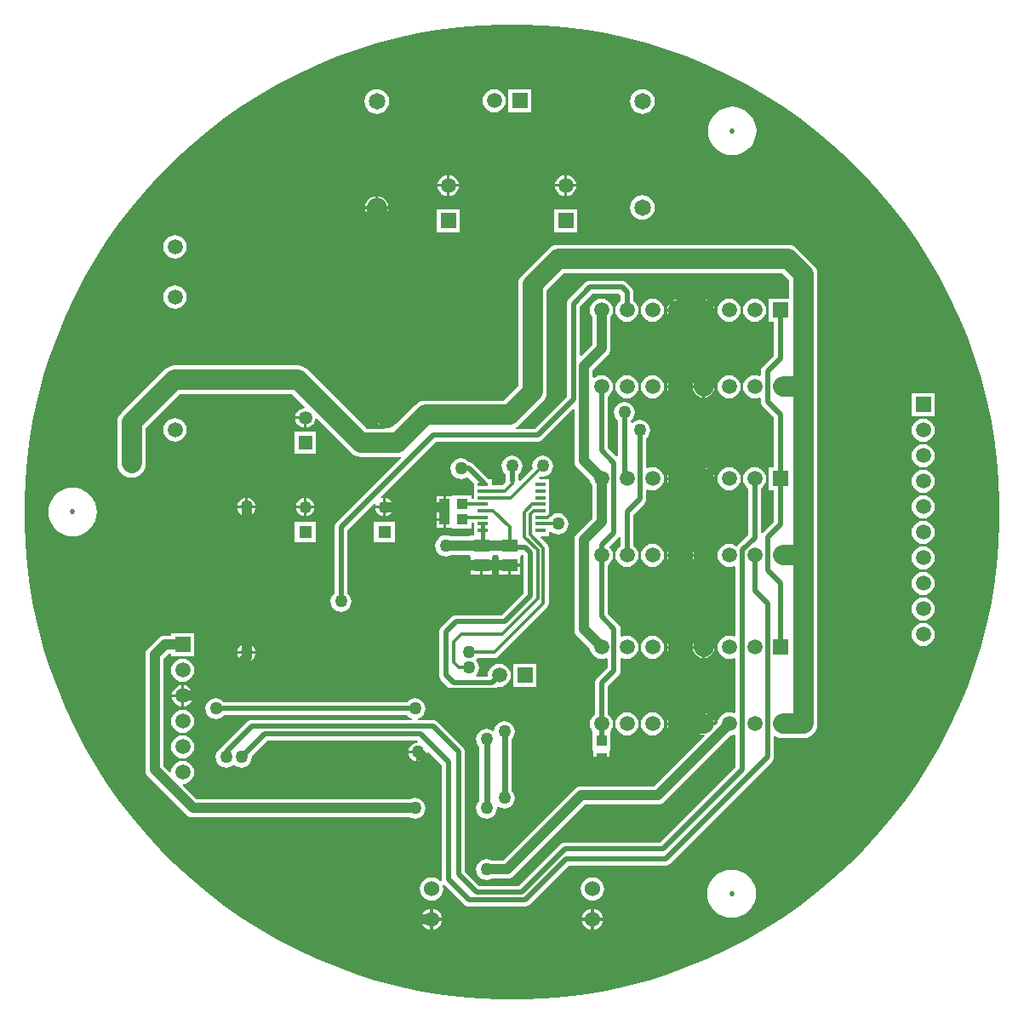
<source format=gbl>
%FSDAX23Y23*%
%MOIN*%
%SFA1B1*%

%IPPOS*%
%ADD10R,0.039400X0.043300*%
%ADD11R,0.059100X0.051200*%
%ADD13R,0.043300X0.039400*%
%ADD23C,0.019700*%
%ADD24C,0.078700*%
%ADD25C,0.039400*%
%ADD26C,0.023600*%
%ADD27C,0.060000*%
%ADD28C,0.059100*%
%ADD29R,0.059100X0.059100*%
%ADD30C,0.020600*%
%ADD31R,0.059100X0.059100*%
%ADD32C,0.059100*%
%ADD33R,0.059100X0.059100*%
%ADD34R,0.053100X0.053100*%
%ADD35C,0.053100*%
%ADD36C,0.049200*%
%ADD37R,0.049200X0.049200*%
%ADD38C,0.065000*%
%ADD39C,0.050000*%
%ADD40R,0.039400X0.013800*%
%ADD41C,0.011800*%
%ADD42C,0.015700*%
%LNde-160516-1*%
%LPD*%
G36*
X03714Y05235D02*
X03797Y05228D01*
X03880Y05217*
X03962Y05203*
X04044Y05185*
X04124Y05163*
X04203Y05138*
X04282Y05110*
X04359Y05078*
X04434Y05042*
X04508Y05004*
X04580Y04962*
X04651Y04918*
X04719Y04870*
X04785Y04819*
X04849Y04765*
X04910Y04709*
X04969Y04650*
X05025Y04589*
X05079Y04525*
X05130Y04459*
X05178Y04391*
X05222Y04320*
X05264Y04248*
X05302Y04174*
X05338Y04099*
X05370Y04022*
X05398Y03943*
X05423Y03864*
X05445Y03784*
X05463Y03702*
X05477Y03620*
X05488Y03537*
X05495Y03454*
X05499Y03371*
Y03330*
Y03288*
X05495Y03205*
X05488Y03122*
X05477Y03039*
X05463Y02957*
X05445Y02876*
X05423Y02795*
X05398Y02716*
X05370Y02637*
X05338Y02560*
X05302Y02485*
X05264Y02411*
X05222Y02339*
X05178Y02268*
X05130Y02200*
X05079Y02134*
X05025Y02070*
X04969Y02009*
X04910Y01950*
X04849Y01894*
X04785Y01840*
X04719Y01789*
X04651Y01742*
X04580Y01697*
X04508Y01655*
X04434Y01617*
X04359Y01581*
X04282Y01550*
X04203Y01521*
X04124Y01496*
X04044Y01474*
X03962Y01456*
X03880Y01442*
X03797Y01431*
X03714Y01424*
X03631Y01420*
X03548*
X03465Y01424*
X03382Y01431*
X03299Y01442*
X03217Y01456*
X03136Y01474*
X03055Y01496*
X02976Y01521*
X02897Y01550*
X02820Y01581*
X02745Y01617*
X02671Y01655*
X02599Y01697*
X02528Y01742*
X02460Y01789*
X02394Y01840*
X02330Y01894*
X02269Y01950*
X02210Y02009*
X02154Y02070*
X02100Y02134*
X02049Y02200*
X02002Y02268*
X01957Y02339*
X01915Y02411*
X01877Y02485*
X01841Y02560*
X01810Y02637*
X01781Y02716*
X01756Y02795*
X01734Y02876*
X01716Y02957*
X01702Y03039*
X01691Y03122*
X01684Y03205*
X01680Y03288*
Y03330*
Y03371*
X01684Y03454*
X01691Y03537*
X01702Y03620*
X01716Y03702*
X01734Y03784*
X01756Y03864*
X01781Y03943*
X01810Y04022*
X01841Y04099*
X01877Y04174*
X01915Y04248*
X01957Y04320*
X02002Y04391*
X02049Y04459*
X02100Y04525*
X02154Y04589*
X02210Y04650*
X02269Y04709*
X02330Y04765*
X02394Y04819*
X02460Y04870*
X02528Y04918*
X02599Y04962*
X02671Y05004*
X02745Y05042*
X02820Y05078*
X02897Y05110*
X02976Y05138*
X03055Y05163*
X03136Y05185*
X03217Y05203*
X03299Y05217*
X03382Y05228*
X03465Y05235*
X03548Y05239*
X03631*
X03714Y05235*
G37*
%LNde-160516-2*%
%LPC*%
G36*
X05200Y02995D02*
X05188Y02994D01*
X05177Y02989*
X05167Y02982*
X05160Y02972*
X05155Y02961*
X05154Y02950*
X05155Y02938*
X05160Y02927*
X05167Y02917*
X05177Y02910*
X05188Y02905*
X05200Y02904*
X05211Y02905*
X05222Y02910*
X05232Y02917*
X05239Y02927*
X05244Y02938*
X05245Y02950*
X05244Y02961*
X05239Y02972*
X05232Y02982*
X05222Y02989*
X05211Y02994*
X05200Y02995*
G37*
G36*
Y03095D02*
X05188Y03094D01*
X05177Y03089*
X05167Y03082*
X05160Y03072*
X05155Y03061*
X05154Y03050*
X05155Y03038*
X05160Y03027*
X05167Y03017*
X05177Y03010*
X05188Y03005*
X05200Y03004*
X05211Y03005*
X05222Y03010*
X05232Y03017*
X05239Y03027*
X05244Y03038*
X05245Y03050*
X05244Y03061*
X05239Y03072*
X05232Y03082*
X05222Y03089*
X05211Y03094*
X05200Y03095*
G37*
G36*
X03704Y02906D02*
X03700Y02905D01*
X03691Y02902*
X03683Y02896*
X03677Y02888*
X03674Y02879*
X03673Y02875*
X03704*
Y02906*
G37*
G36*
X03715D02*
Y02875D01*
X03746*
X03745Y02879*
X03742Y02888*
X03736Y02896*
X03728Y02902*
X03719Y02905*
X03715Y02906*
G37*
G36*
X03464Y03116D02*
X03428D01*
Y03085*
X03464*
Y03116*
G37*
G36*
X03621D02*
X03585D01*
Y03085*
X03621*
Y03116*
G37*
G36*
X05200Y03195D02*
X05188Y03194D01*
X05177Y03189*
X05167Y03182*
X05160Y03172*
X05155Y03161*
X05154Y03150*
X05155Y03138*
X05160Y03127*
X05167Y03117*
X05177Y03110*
X05188Y03105*
X05200Y03104*
X05211Y03105*
X05222Y03110*
X05232Y03117*
X05239Y03127*
X05244Y03138*
X05245Y03150*
X05244Y03161*
X05239Y03172*
X05232Y03182*
X05222Y03189*
X05211Y03194*
X05200Y03195*
G37*
G36*
X03511Y03116D02*
X03475D01*
Y03085*
X03511*
Y03116*
G37*
G36*
X03574D02*
X03538D01*
Y03085*
X03574*
Y03116*
G37*
G36*
X05200Y02895D02*
X05188Y02894D01*
X05177Y02889*
X05167Y02882*
X05160Y02872*
X05155Y02861*
X05154Y02850*
X05155Y02838*
X05160Y02827*
X05167Y02817*
X05177Y02810*
X05188Y02805*
X05200Y02804*
X05211Y02805*
X05222Y02810*
X05232Y02817*
X05239Y02827*
X05244Y02838*
X05245Y02850*
X05244Y02861*
X05239Y02872*
X05232Y02882*
X05222Y02889*
X05211Y02894*
X05200Y02895*
G37*
G36*
X04234Y02840D02*
X04229Y02840D01*
X04219Y02836*
X04210Y02829*
X04203Y02820*
X04199Y02810*
X04199Y02805*
X04234*
Y02840*
G37*
G36*
X02544Y02816D02*
X02540Y02815D01*
X02531Y02812*
X02523Y02806*
X02517Y02798*
X02514Y02789*
X02513Y02785*
X02544*
Y02816*
G37*
G36*
X02555D02*
Y02785D01*
X02586*
X02585Y02789*
X02582Y02798*
X02576Y02806*
X02568Y02812*
X02559Y02815*
X02555Y02816*
G37*
G36*
X04334Y02840D02*
X04329Y02840D01*
X04319Y02836*
X04310Y02829*
X04303Y02820*
X04299Y02810*
X04299Y02805*
X04334*
Y02840*
G37*
G36*
X03704Y02864D02*
X03673D01*
X03674Y02860*
X03677Y02851*
X03683Y02843*
X03691Y02837*
X03700Y02834*
X03704Y02833*
Y02864*
G37*
G36*
X03746D02*
X03715D01*
Y02833*
X03719Y02834*
X03728Y02837*
X03736Y02843*
X03742Y02851*
X03745Y02860*
X03746Y02864*
G37*
G36*
X04245Y02840D02*
Y02805D01*
X04280*
X04280Y02810*
X04276Y02820*
X04269Y02829*
X04260Y02836*
X04250Y02840*
X04245Y02840*
G37*
G36*
X04345D02*
Y02805D01*
X04380*
X04380Y02810*
X04376Y02820*
X04369Y02829*
X04360Y02836*
X04350Y02840*
X04345Y02840*
G37*
G36*
X04140Y03205D02*
X04128Y03204D01*
X04117Y03199*
X04107Y03192*
X04100Y03182*
X04095Y03171*
X04094Y03160*
X04095Y03148*
X04100Y03137*
X04107Y03127*
X04117Y03120*
X04128Y03115*
X04140Y03114*
X04151Y03115*
X04162Y03120*
X04172Y03127*
X04179Y03137*
X04184Y03148*
X04185Y03160*
X04184Y03171*
X04179Y03182*
X04172Y03192*
X04162Y03199*
X04151Y03204*
X04140Y03205*
G37*
G36*
X01869Y03424D02*
X01851Y03423D01*
X01833Y03417*
X01816Y03408*
X01802Y03397*
X01790Y03382*
X01781Y03366*
X01776Y03348*
X01774Y03330*
X01776Y03311*
X01781Y03293*
X01790Y03277*
X01802Y03262*
X01816Y03251*
X01833Y03242*
X01851Y03236*
X01869Y03235*
X01888Y03236*
X01905Y03242*
X01922Y03251*
X01936Y03262*
X01948Y03277*
X01957Y03293*
X01962Y03311*
X01964Y03330*
X01962Y03348*
X01957Y03366*
X01948Y03382*
X01936Y03397*
X01922Y03408*
X01905Y03417*
X01888Y03423*
X01869Y03424*
G37*
G36*
X03320Y03294D02*
X03293D01*
Y03268*
X03320*
Y03294*
G37*
G36*
X02820Y03291D02*
X02739D01*
Y03210*
X02820*
Y03291*
G37*
G36*
X03130D02*
X03049D01*
Y03210*
X03130*
Y03291*
G37*
G36*
X05200Y03395D02*
X05188Y03394D01*
X05177Y03389*
X05167Y03382*
X05160Y03372*
X05155Y03361*
X05154Y03350*
X05155Y03338*
X05160Y03327*
X05167Y03317*
X05177Y03310*
X05188Y03305*
X05200Y03304*
X05211Y03305*
X05222Y03310*
X05232Y03317*
X05239Y03327*
X05244Y03338*
X05245Y03350*
X05244Y03361*
X05239Y03372*
X05232Y03382*
X05222Y03389*
X05211Y03394*
X05200Y03395*
G37*
G36*
X02816Y03343D02*
X02785D01*
Y03313*
X02789Y03313*
X02798Y03317*
X02806Y03323*
X02811Y03330*
X02815Y03339*
X02816Y03343*
G37*
G36*
X03126D02*
X03095D01*
Y03313*
X03099Y03313*
X03108Y03317*
X03116Y03323*
X03121Y03330*
X03125Y03339*
X03126Y03343*
G37*
G36*
X02774D02*
X02744D01*
X02744Y03339*
X02748Y03330*
X02754Y03323*
X02761Y03317*
X02770Y03313*
X02774Y03313*
Y03343*
G37*
G36*
X03084D02*
X03054D01*
X03054Y03339*
X03058Y03330*
X03064Y03323*
X03071Y03317*
X03080Y03313*
X03084Y03313*
Y03343*
G37*
G36*
X04280Y03154D02*
X04245D01*
Y03119*
X04250Y03119*
X04260Y03123*
X04269Y03130*
X04276Y03139*
X04280Y03149*
X04280Y03154*
G37*
G36*
X04380D02*
X04345D01*
Y03119*
X04350Y03119*
X04360Y03123*
X04369Y03130*
X04376Y03139*
X04380Y03149*
X04380Y03154*
G37*
G36*
X04234D02*
X04199D01*
X04199Y03149*
X04203Y03139*
X04210Y03130*
X04219Y03123*
X04229Y03119*
X04234Y03119*
Y03154*
G37*
G36*
X04334D02*
X04299D01*
X04299Y03149*
X04303Y03139*
X04310Y03130*
X04319Y03123*
X04329Y03119*
X04334Y03119*
Y03154*
G37*
G36*
X04234Y03200D02*
X04229Y03200D01*
X04219Y03196*
X04210Y03189*
X04203Y03180*
X04199Y03170*
X04199Y03165*
X04234*
Y03200*
G37*
G36*
X04345D02*
Y03165D01*
X04380*
X04380Y03170*
X04376Y03180*
X04369Y03189*
X04360Y03196*
X04350Y03200*
X04345Y03200*
G37*
G36*
X05200Y03295D02*
X05188Y03294D01*
X05177Y03289*
X05167Y03282*
X05160Y03272*
X05155Y03261*
X05154Y03250*
X05155Y03238*
X05160Y03227*
X05167Y03217*
X05177Y03210*
X05188Y03205*
X05200Y03204*
X05211Y03205*
X05222Y03210*
X05232Y03217*
X05239Y03227*
X05244Y03238*
X05245Y03250*
X05244Y03261*
X05239Y03272*
X05232Y03282*
X05222Y03289*
X05211Y03294*
X05200Y03295*
G37*
G36*
X04334Y03200D02*
X04329Y03200D01*
X04319Y03196*
X04310Y03189*
X04303Y03180*
X04299Y03170*
X04299Y03165*
X04334*
Y03200*
G37*
G36*
X04245D02*
Y03165D01*
X04280*
X04280Y03170*
X04276Y03180*
X04269Y03189*
X04260Y03196*
X04250Y03200*
X04245Y03200*
G37*
G36*
X03971Y02360D02*
X03945D01*
Y02333*
X03971*
Y02360*
G37*
G36*
X03214Y02384D02*
X03183D01*
X03184Y02380*
X03187Y02371*
X03193Y02363*
X03201Y02357*
X03210Y02354*
X03214Y02353*
Y02384*
G37*
G36*
X03905Y01899D02*
X03893Y01898D01*
X03881Y01893*
X03872Y01886*
X03865Y01876*
X03860Y01865*
X03858Y01853*
X03860Y01841*
X03865Y01830*
X03872Y01821*
X03881Y01813*
X03893Y01809*
X03905Y01807*
X03916Y01809*
X03928Y01813*
X03937Y01821*
X03944Y01830*
X03949Y01841*
X03951Y01853*
X03949Y01865*
X03944Y01876*
X03937Y01886*
X03928Y01893*
X03916Y01898*
X03905Y01899*
G37*
G36*
X03934Y02360D02*
X03908D01*
Y02333*
X03934*
Y02360*
G37*
G36*
X02300Y02455D02*
X02288Y02454D01*
X02277Y02449*
X02267Y02442*
X02260Y02432*
X02255Y02421*
X02254Y02410*
X02255Y02398*
X02260Y02387*
X02267Y02377*
X02277Y02370*
X02288Y02365*
X02300Y02364*
X02311Y02365*
X02322Y02370*
X02332Y02377*
X02339Y02387*
X02344Y02398*
X02345Y02410*
X02344Y02421*
X02339Y02432*
X02332Y02442*
X02322Y02449*
X02311Y02454*
X02300Y02455*
G37*
G36*
X04234Y02494D02*
X04199D01*
X04199Y02489*
X04203Y02479*
X04210Y02470*
X04219Y02463*
X04229Y02459*
X04234Y02459*
Y02494*
G37*
G36*
X04280D02*
X04245D01*
Y02459*
X04250Y02459*
X04260Y02463*
X04269Y02470*
X04276Y02479*
X04280Y02489*
X04280Y02494*
G37*
G36*
X04040Y02545D02*
X04028Y02544D01*
X04017Y02539*
X04007Y02532*
X04000Y02522*
X03995Y02511*
X03994Y02500*
X03995Y02488*
X04000Y02477*
X04007Y02467*
X04017Y02460*
X04028Y02455*
X04040Y02454*
X04051Y02455*
X04062Y02460*
X04072Y02467*
X04079Y02477*
X04084Y02488*
X04085Y02500*
X04084Y02511*
X04079Y02522*
X04072Y02532*
X04062Y02539*
X04051Y02544*
X04040Y02545*
G37*
G36*
X04140D02*
X04128Y02544D01*
X04117Y02539*
X04107Y02532*
X04100Y02522*
X04095Y02511*
X04094Y02500*
X04095Y02488*
X04100Y02477*
X04107Y02467*
X04117Y02460*
X04128Y02455*
X04140Y02454*
X04151Y02455*
X04162Y02460*
X04172Y02467*
X04179Y02477*
X04184Y02488*
X04185Y02500*
X04184Y02511*
X04179Y02522*
X04172Y02532*
X04162Y02539*
X04151Y02544*
X04140Y02545*
G37*
G36*
X03316Y01729D02*
X03280D01*
Y01694*
X03286Y01694*
X03296Y01699*
X03304Y01705*
X03311Y01714*
X03315Y01724*
X03316Y01729*
G37*
G36*
X03946D02*
X03910D01*
Y01694*
X03915Y01694*
X03926Y01699*
X03934Y01705*
X03941Y01714*
X03945Y01724*
X03946Y01729*
G37*
G36*
X03899D02*
X03863D01*
X03864Y01724*
X03868Y01714*
X03875Y01705*
X03883Y01699*
X03894Y01694*
X03899Y01694*
Y01729*
G37*
G36*
X03269D02*
X03233D01*
X03234Y01724*
X03238Y01714*
X03245Y01705*
X03254Y01699*
X03264Y01694*
X03269Y01694*
Y01729*
G37*
G36*
X04450Y01929D02*
X04431Y01928D01*
X04413Y01922*
X04397Y01913*
X04382Y01902*
X04371Y01887*
X04362Y01871*
X04356Y01853*
X04355Y01835*
X04356Y01816*
X04362Y01798*
X04371Y01782*
X04382Y01767*
X04397Y01756*
X04413Y01747*
X04431Y01741*
X04450Y01740*
X04468Y01741*
X04486Y01747*
X04502Y01756*
X04517Y01767*
X04528Y01782*
X04537Y01798*
X04543Y01816*
X04544Y01835*
X04543Y01853*
X04537Y01871*
X04528Y01887*
X04517Y01902*
X04502Y01913*
X04486Y01922*
X04468Y01928*
X04450Y01929*
G37*
G36*
X03269Y01776D02*
X03264Y01776D01*
X03254Y01772*
X03245Y01765*
X03238Y01756*
X03234Y01746*
X03233Y01741*
X03269*
Y01776*
G37*
G36*
X03280D02*
Y01741D01*
X03316*
X03315Y01746*
X03311Y01756*
X03304Y01765*
X03296Y01772*
X03286Y01776*
X03280Y01776*
G37*
G36*
X03899D02*
X03894Y01776D01*
X03883Y01772*
X03875Y01765*
X03868Y01756*
X03864Y01746*
X03863Y01741*
X03899*
Y01776*
G37*
G36*
X03910D02*
Y01741D01*
X03946*
X03945Y01746*
X03941Y01756*
X03934Y01765*
X03926Y01772*
X03915Y01776*
X03910Y01776*
G37*
G36*
X02300Y02555D02*
X02288Y02554D01*
X02277Y02549*
X02267Y02542*
X02260Y02532*
X02255Y02521*
X02254Y02510*
X02255Y02498*
X02260Y02487*
X02267Y02477*
X02277Y02470*
X02288Y02465*
X02300Y02464*
X02311Y02465*
X02322Y02470*
X02332Y02477*
X02339Y02487*
X02344Y02498*
X02345Y02510*
X02344Y02521*
X02339Y02532*
X02332Y02542*
X02322Y02549*
X02311Y02554*
X02300Y02555*
G37*
G36*
X02586Y02774D02*
X02555D01*
Y02743*
X02559Y02744*
X02568Y02747*
X02576Y02753*
X02582Y02761*
X02585Y02770*
X02586Y02774*
G37*
G36*
X04140Y02845D02*
X04128Y02844D01*
X04117Y02839*
X04107Y02832*
X04100Y02822*
X04095Y02811*
X04094Y02800*
X04095Y02788*
X04100Y02777*
X04107Y02767*
X04117Y02760*
X04128Y02755*
X04140Y02754*
X04151Y02755*
X04162Y02760*
X04172Y02767*
X04179Y02777*
X04184Y02788*
X04185Y02800*
X04184Y02811*
X04179Y02822*
X04172Y02832*
X04162Y02839*
X04151Y02844*
X04140Y02845*
G37*
G36*
X02300Y02755D02*
X02288Y02754D01*
X02277Y02749*
X02267Y02742*
X02260Y02732*
X02255Y02721*
X02254Y02710*
X02255Y02698*
X02260Y02687*
X02267Y02677*
X02277Y02670*
X02288Y02665*
X02300Y02664*
X02311Y02665*
X02322Y02670*
X02332Y02677*
X02339Y02687*
X02344Y02698*
X02345Y02710*
X02344Y02721*
X02339Y02732*
X02332Y02742*
X02322Y02749*
X02311Y02754*
X02300Y02755*
G37*
G36*
X02544Y02774D02*
X02513D01*
X02514Y02770*
X02517Y02761*
X02523Y02753*
X02531Y02747*
X02540Y02744*
X02544Y02743*
Y02774*
G37*
G36*
X04234Y02794D02*
X04199D01*
X04199Y02789*
X04203Y02779*
X04210Y02770*
X04219Y02763*
X04229Y02759*
X04234Y02759*
Y02794*
G37*
G36*
X04380D02*
X04345D01*
Y02759*
X04350Y02759*
X04360Y02763*
X04369Y02770*
X04376Y02779*
X04380Y02789*
X04380Y02794*
G37*
G36*
X02345Y02855D02*
X02254D01*
Y02845*
X02230*
X02220Y02844*
X02212Y02841*
X02204Y02835*
X02164Y02795*
X02159Y02787*
X02155Y02779*
X02154Y02770*
Y02320*
X02155Y02310*
X02159Y02302*
X02164Y02294*
X02314Y02144*
X02322Y02139*
X02330Y02135*
X02340Y02134*
X03189*
X03199Y02130*
X03210Y02128*
X03220Y02130*
X03230Y02134*
X03239Y02140*
X03245Y02149*
X03249Y02159*
X03251Y02170*
X03249Y02180*
X03245Y02190*
X03239Y02199*
X03230Y02205*
X03220Y02209*
X03210Y02211*
X03199Y02209*
X03189Y02205*
X02354*
X02301Y02259*
X02302Y02264*
X02311Y02265*
X02322Y02270*
X02332Y02277*
X02339Y02287*
X02344Y02298*
X02345Y02310*
X02344Y02321*
X02339Y02332*
X02332Y02342*
X02322Y02349*
X02311Y02354*
X02300Y02355*
X02288Y02354*
X02277Y02349*
X02267Y02342*
X02260Y02332*
X02255Y02321*
X02254Y02312*
X02249Y02311*
X02225Y02334*
Y02755*
X02244Y02774*
X02254*
Y02764*
X02345*
Y02855*
G37*
G36*
X04334Y02794D02*
X04299D01*
X04299Y02789*
X04303Y02779*
X04310Y02770*
X04319Y02763*
X04329Y02759*
X04334Y02759*
Y02794*
G37*
G36*
X04280D02*
X04245D01*
Y02759*
X04250Y02759*
X04260Y02763*
X04269Y02770*
X04276Y02779*
X04280Y02789*
X04280Y02794*
G37*
G36*
X04334Y02540D02*
X04329Y02540D01*
X04319Y02536*
X04310Y02529*
X04303Y02520*
X04299Y02510*
X04299Y02505*
X04334*
Y02540*
G37*
G36*
X04245D02*
Y02505D01*
X04280*
X04280Y02510*
X04276Y02520*
X04269Y02529*
X04260Y02536*
X04250Y02540*
X04245Y02540*
G37*
G36*
X03560Y02511D02*
X03549Y02509D01*
X03539Y02505*
X03530Y02499*
X03524Y02490*
X03520Y02480*
X03519Y02475*
X03514Y02472*
X03510Y02475*
X03500Y02479*
X03490Y02481*
X03479Y02479*
X03469Y02475*
X03460Y02469*
X03454Y02460*
X03450Y02450*
X03448Y02440*
X03450Y02429*
X03454Y02419*
X03460Y02410*
X03462Y02410*
Y02200*
X03460Y02199*
X03454Y02190*
X03450Y02180*
X03448Y02170*
X03450Y02159*
X03454Y02149*
X03460Y02140*
X03469Y02134*
X03479Y02130*
X03490Y02128*
X03500Y02130*
X03510Y02134*
X03519Y02140*
X03525Y02149*
X03529Y02159*
X03531Y02170*
X03530Y02175*
X03535Y02177*
X03539Y02174*
X03549Y02170*
X03560Y02168*
X03570Y02170*
X03580Y02174*
X03589Y02180*
X03595Y02189*
X03599Y02199*
X03601Y02210*
X03599Y02220*
X03595Y02230*
X03589Y02239*
X03587Y02240*
Y02440*
X03589Y02440*
X03595Y02449*
X03599Y02459*
X03601Y02470*
X03599Y02480*
X03595Y02490*
X03589Y02499*
X03580Y02505*
X03570Y02509*
X03560Y02511*
G37*
G36*
X04234Y02540D02*
X04229Y02540D01*
X04219Y02536*
X04210Y02529*
X04203Y02520*
X04199Y02510*
X04199Y02505*
X04234*
Y02540*
G37*
G36*
X02294Y02604D02*
X02259D01*
X02259Y02599*
X02263Y02589*
X02270Y02580*
X02279Y02573*
X02289Y02569*
X02294Y02569*
Y02604*
G37*
G36*
X02305Y02650D02*
Y02615D01*
X02340*
X02340Y02620*
X02336Y02630*
X02329Y02639*
X02320Y02646*
X02310Y02650*
X02305Y02650*
G37*
G36*
X03685Y02735D02*
X03594D01*
Y02644*
X03685*
Y02735*
G37*
G36*
X02340Y02604D02*
X02305D01*
Y02569*
X02310Y02569*
X02320Y02573*
X02329Y02580*
X02336Y02589*
X02340Y02599*
X02340Y02604*
G37*
G36*
X02294Y02650D02*
X02289Y02650D01*
X02279Y02646*
X02270Y02639*
X02263Y02630*
X02259Y02620*
X02259Y02615*
X02294*
Y02650*
G37*
G36*
X02544Y03344D02*
X02513D01*
X02514Y03340*
X02517Y03331*
X02523Y03323*
X02531Y03317*
X02540Y03314*
X02544Y03313*
Y03344*
G37*
G36*
X04234Y04160D02*
X04229Y04160D01*
X04219Y04156*
X04210Y04149*
X04203Y04140*
X04199Y04130*
X04199Y04125*
X04234*
Y04160*
G37*
G36*
X04334D02*
X04329Y04160D01*
X04319Y04156*
X04310Y04149*
X04303Y04140*
X04299Y04130*
X04299Y04125*
X04334*
Y04160*
G37*
G36*
X04280Y04114D02*
X04245D01*
Y04079*
X04250Y04079*
X04260Y04083*
X04269Y04090*
X04276Y04099*
X04280Y04109*
X04280Y04114*
G37*
G36*
X04380D02*
X04345D01*
Y04079*
X04350Y04079*
X04360Y04083*
X04369Y04090*
X04376Y04099*
X04380Y04109*
X04380Y04114*
G37*
G36*
X04245Y04160D02*
Y04125D01*
X04280*
X04280Y04130*
X04276Y04140*
X04269Y04149*
X04260Y04156*
X04250Y04160*
X04245Y04160*
G37*
G36*
X02270Y04414D02*
X02258Y04412D01*
X02247Y04408*
X02237Y04400*
X02230Y04391*
X02225Y04380*
X02224Y04368*
X02225Y04356*
X02230Y04345*
X02237Y04336*
X02247Y04328*
X02258Y04324*
X02270Y04322*
X02281Y04324*
X02292Y04328*
X02302Y04336*
X02309Y04345*
X02314Y04356*
X02315Y04368*
X02314Y04380*
X02309Y04391*
X02302Y04400*
X02292Y04408*
X02281Y04412*
X02270Y04414*
G37*
G36*
X03385Y04516D02*
X03294D01*
Y04425*
X03385*
Y04516*
G37*
G36*
X04345Y04160D02*
Y04125D01*
X04380*
X04380Y04130*
X04376Y04140*
X04369Y04149*
X04360Y04156*
X04350Y04160*
X04345Y04160*
G37*
G36*
X02270Y04217D02*
X02258Y04215D01*
X02247Y04211*
X02237Y04203*
X02230Y04194*
X02225Y04183*
X02224Y04171*
X02225Y04159*
X02230Y04148*
X02237Y04139*
X02247Y04132*
X02258Y04127*
X02270Y04125*
X02281Y04127*
X02292Y04132*
X02302Y04139*
X02309Y04148*
X02314Y04159*
X02315Y04171*
X02314Y04183*
X02309Y04194*
X02302Y04203*
X02292Y04211*
X02281Y04215*
X02270Y04217*
G37*
G36*
X04140Y04165D02*
X04128Y04164D01*
X04117Y04159*
X04107Y04152*
X04100Y04142*
X04095Y04131*
X04094Y04120*
X04095Y04108*
X04100Y04097*
X04107Y04087*
X04117Y04080*
X04128Y04075*
X04140Y04074*
X04151Y04075*
X04162Y04080*
X04172Y04087*
X04179Y04097*
X04184Y04108*
X04185Y04120*
X04184Y04131*
X04179Y04142*
X04172Y04152*
X04162Y04159*
X04151Y04164*
X04140Y04165*
G37*
G36*
X04440D02*
X04428Y04164D01*
X04417Y04159*
X04407Y04152*
X04400Y04142*
X04395Y04131*
X04394Y04120*
X04395Y04108*
X04400Y04097*
X04407Y04087*
X04417Y04080*
X04428Y04075*
X04440Y04074*
X04451Y04075*
X04462Y04080*
X04472Y04087*
X04479Y04097*
X04484Y04108*
X04485Y04120*
X04484Y04131*
X04479Y04142*
X04472Y04152*
X04462Y04159*
X04451Y04164*
X04440Y04165*
G37*
G36*
X02644Y04064D02*
X02613D01*
X02614Y04060*
X02617Y04051*
X02623Y04043*
X02631Y04037*
X02640Y04034*
X02644Y04033*
Y04064*
G37*
G36*
X02686D02*
X02655D01*
Y04033*
X02659Y04034*
X02668Y04037*
X02676Y04043*
X02682Y04051*
X02685Y04060*
X02686Y04064*
G37*
G36*
X04540Y04165D02*
X04528Y04164D01*
X04517Y04159*
X04507Y04152*
X04500Y04142*
X04495Y04131*
X04494Y04120*
X04495Y04108*
X04500Y04097*
X04507Y04087*
X04517Y04080*
X04528Y04075*
X04540Y04074*
X04551Y04075*
X04562Y04080*
X04572Y04087*
X04579Y04097*
X04584Y04108*
X04585Y04120*
X04584Y04131*
X04579Y04142*
X04572Y04152*
X04562Y04159*
X04551Y04164*
X04540Y04165*
G37*
G36*
X04234Y04114D02*
X04199D01*
X04199Y04109*
X04203Y04099*
X04210Y04090*
X04219Y04083*
X04229Y04079*
X04234Y04079*
Y04114*
G37*
G36*
X04334D02*
X04299D01*
X04299Y04109*
X04303Y04099*
X04310Y04090*
X04319Y04083*
X04329Y04079*
X04334Y04079*
Y04114*
G37*
G36*
X02644Y04106D02*
X02640Y04105D01*
X02631Y04102*
X02623Y04096*
X02617Y04088*
X02614Y04079*
X02613Y04075*
X02644*
Y04106*
G37*
G36*
X02655D02*
Y04075D01*
X02686*
X02685Y04079*
X02682Y04088*
X02676Y04096*
X02668Y04102*
X02659Y04105*
X02655Y04106*
G37*
G36*
X03845Y04516D02*
X03754D01*
Y04425*
X03845*
Y04516*
G37*
G36*
X03345Y04649D02*
Y04614D01*
X03380*
X03380Y04619*
X03376Y04629*
X03369Y04638*
X03360Y04645*
X03350Y04649*
X03345Y04649*
G37*
G36*
X03805D02*
Y04614D01*
X03840*
X03840Y04619*
X03836Y04629*
X03829Y04638*
X03820Y04645*
X03810Y04649*
X03805Y04649*
G37*
G36*
X03334D02*
X03329Y04649D01*
X03319Y04645*
X03310Y04638*
X03303Y04629*
X03299Y04619*
X03299Y04614*
X03334*
Y04649*
G37*
G36*
X03794D02*
X03789Y04649D01*
X03779Y04645*
X03770Y04638*
X03763Y04629*
X03759Y04619*
X03759Y04614*
X03794*
Y04649*
G37*
G36*
X04452Y04917D02*
X04433Y04915D01*
X04415Y04909*
X04399Y04901*
X04385Y04889*
X04373Y04874*
X04364Y04858*
X04359Y04840*
X04357Y04822*
X04359Y04803*
X04364Y04785*
X04373Y04769*
X04385Y04755*
X04399Y04743*
X04415Y04734*
X04433Y04729*
X04452Y04727*
X04470Y04729*
X04488Y04734*
X04505Y04743*
X04519Y04755*
X04531Y04769*
X04539Y04785*
X04545Y04803*
X04547Y04822*
X04545Y04840*
X04539Y04858*
X04531Y04874*
X04519Y04889*
X04505Y04901*
X04488Y04909*
X04470Y04915*
X04452Y04917*
G37*
G36*
X03520Y04985D02*
X03508Y04984D01*
X03497Y04979*
X03487Y04972*
X03480Y04962*
X03475Y04951*
X03474Y04940*
X03475Y04928*
X03480Y04917*
X03487Y04907*
X03497Y04900*
X03508Y04895*
X03520Y04894*
X03531Y04895*
X03542Y04900*
X03552Y04907*
X03559Y04917*
X03564Y04928*
X03565Y04940*
X03564Y04951*
X03559Y04962*
X03552Y04972*
X03542Y04979*
X03531Y04984*
X03520Y04985*
G37*
G36*
X03665Y04985D02*
X03574D01*
Y04894*
X03665*
Y04985*
G37*
G36*
X03060Y04986D02*
X03047Y04984D01*
X03035Y04979*
X03025Y04972*
X03017Y04962*
X03013Y04950*
X03011Y04937*
X03013Y04925*
X03017Y04913*
X03025Y04903*
X03035Y04895*
X03047Y04890*
X03060Y04889*
X03072Y04890*
X03084Y04895*
X03094Y04903*
X03102Y04913*
X03107Y04925*
X03108Y04937*
X03107Y04950*
X03102Y04962*
X03094Y04972*
X03084Y04979*
X03072Y04984*
X03060Y04986*
G37*
G36*
X04100D02*
X04087Y04984D01*
X04075Y04979*
X04065Y04972*
X04057Y04962*
X04053Y04950*
X04051Y04937*
X04053Y04925*
X04057Y04913*
X04065Y04903*
X04075Y04895*
X04087Y04890*
X04100Y04889*
X04112Y04890*
X04124Y04895*
X04134Y04903*
X04142Y04913*
X04147Y04925*
X04148Y04937*
X04147Y04950*
X04142Y04962*
X04134Y04972*
X04124Y04979*
X04112Y04984*
X04100Y04986*
G37*
G36*
X03054Y04516D02*
X03016D01*
X03016Y04510*
X03021Y04500*
X03028Y04490*
X03037Y04483*
X03048Y04479*
X03054Y04478*
Y04516*
G37*
G36*
Y04566D02*
X03048Y04565D01*
X03037Y04561*
X03028Y04553*
X03021Y04544*
X03016Y04533*
X03016Y04528*
X03054*
Y04566*
G37*
G36*
X04100Y04571D02*
X04087Y04569D01*
X04075Y04564*
X04065Y04556*
X04057Y04546*
X04053Y04534*
X04051Y04522*
X04053Y04509*
X04057Y04498*
X04065Y04487*
X04075Y04480*
X04087Y04475*
X04100Y04473*
X04112Y04475*
X04124Y04480*
X04134Y04487*
X04142Y04498*
X04147Y04509*
X04148Y04522*
X04147Y04534*
X04142Y04546*
X04134Y04556*
X04124Y04564*
X04112Y04569*
X04100Y04571*
G37*
G36*
X03103Y04516D02*
X03065D01*
Y04478*
X03071Y04479*
X03082Y04483*
X03091Y04490*
X03098Y04500*
X03103Y04510*
X03103Y04516*
G37*
G36*
X03065Y04566D02*
Y04528D01*
X03103*
X03103Y04533*
X03098Y04544*
X03091Y04553*
X03082Y04561*
X03071Y04565*
X03065Y04566*
G37*
G36*
X03380Y04603D02*
X03345D01*
Y04568*
X03350Y04568*
X03360Y04572*
X03369Y04579*
X03376Y04588*
X03380Y04598*
X03380Y04603*
G37*
G36*
X03840D02*
X03805D01*
Y04568*
X03810Y04568*
X03820Y04572*
X03829Y04579*
X03836Y04588*
X03840Y04598*
X03840Y04603*
G37*
G36*
X03334D02*
X03299D01*
X03299Y04598*
X03303Y04588*
X03310Y04579*
X03319Y04572*
X03329Y04568*
X03334Y04568*
Y04603*
G37*
G36*
X03794D02*
X03759D01*
X03759Y04598*
X03763Y04588*
X03770Y04579*
X03779Y04572*
X03789Y04568*
X03794Y04568*
Y04603*
G37*
G36*
X03770Y04375D02*
X03755Y04373D01*
X03742Y04368*
X03730Y04359*
X03630Y04259*
X03621Y04247*
X03616Y04234*
X03614Y04220*
Y03823*
X03557Y03765*
X03250*
X03235Y03763*
X03222Y03758*
X03210Y03749*
X03135Y03673*
X03131Y03677*
X03133Y03679*
X03137Y03689*
X03137Y03693*
X03100*
X03062*
X03062Y03689*
X03066Y03679*
X03072Y03671*
X03080Y03665*
X03090Y03661*
X03093Y03661*
X03092Y03656*
X03022*
X02790Y03887*
X02779Y03896*
X02766Y03902*
X02751Y03904*
X02268*
X02254Y03902*
X02240Y03896*
X02229Y03887*
X02060Y03719*
X02051Y03707*
X02046Y03694*
X02044Y03680*
Y03520*
X02046Y03505*
X02051Y03492*
X02060Y03480*
X02072Y03471*
X02085Y03466*
X02100Y03464*
X02114Y03466*
X02127Y03471*
X02139Y03480*
X02148Y03492*
X02153Y03505*
X02155Y03520*
Y03657*
X02291Y03792*
X02728*
X02778Y03742*
X02776Y03737*
X02770Y03736*
X02760Y03732*
X02752Y03726*
X02746Y03718*
X02742Y03709*
X02742Y03705*
X02780*
Y03699*
X02785*
Y03661*
X02790Y03661*
X02799Y03665*
X02807Y03671*
X02813Y03679*
X02817Y03689*
X02818Y03696*
X02823Y03697*
X02959Y03561*
X02971Y03552*
X02984Y03547*
X02999Y03545*
X03140*
X03153Y03546*
X03155Y03542*
X02901Y03288*
X02897Y03282*
X02895Y03276*
X02894Y03270*
Y03011*
X02890Y03009*
X02884Y03000*
X02880Y02990*
X02878Y02980*
X02880Y02969*
X02884Y02959*
X02890Y02950*
X02899Y02944*
X02909Y02940*
X02920Y02938*
X02930Y02940*
X02940Y02944*
X02949Y02950*
X02955Y02959*
X02959Y02969*
X02961Y02980*
X02959Y02990*
X02955Y03000*
X02949Y03009*
X02945Y03011*
Y03259*
X03051Y03365*
X03056Y03362*
X03054Y03358*
X03054Y03355*
X03084*
Y03385*
X03080Y03384*
X03076Y03383*
X03073Y03387*
X03290Y03604*
X03690*
X03696Y03605*
X03702Y03607*
X03708Y03611*
X03829Y03733*
X03834Y03731*
Y03530*
X03835Y03520*
X03839Y03512*
X03844Y03504*
X03895Y03454*
X03895Y03448*
X03900Y03437*
X03904Y03432*
Y03304*
X03844Y03245*
X03839Y03237*
X03835Y03229*
X03834Y03220*
Y02870*
X03835Y02860*
X03839Y02852*
X03844Y02844*
X03895Y02794*
X03895Y02788*
X03900Y02777*
X03907Y02767*
X03917Y02760*
X03928Y02755*
X03940Y02754*
X03951Y02755*
X03958Y02758*
X03963Y02755*
Y02720*
X03921Y02678*
X03917Y02672*
X03915Y02666*
X03914Y02660*
Y02537*
X03907Y02532*
X03900Y02522*
X03895Y02511*
X03894Y02500*
X03895Y02488*
X03900Y02477*
X03902Y02474*
X03904Y02470*
Y02396*
X03908*
Y02372*
X03940*
X03971*
Y02396*
X03975*
Y02470*
X03977Y02474*
X03979Y02477*
X03984Y02488*
X03985Y02500*
X03984Y02511*
X03979Y02522*
X03972Y02532*
X03965Y02537*
Y02649*
X04007Y02691*
X04011Y02696*
X04014Y02702*
X04015Y02709*
Y02755*
X04020Y02759*
X04028Y02755*
X04040Y02754*
X04051Y02755*
X04062Y02760*
X04072Y02767*
X04079Y02777*
X04084Y02788*
X04085Y02800*
X04084Y02811*
X04079Y02822*
X04072Y02832*
X04062Y02839*
X04051Y02844*
X04040Y02845*
X04028Y02844*
X04020Y02840*
X04015Y02844*
Y02870*
X04014Y02877*
X04011Y02883*
X04007Y02888*
X03965Y02930*
Y03122*
X03972Y03127*
X03979Y03137*
X03984Y03148*
X03985Y03160*
X03984Y03171*
X03979Y03182*
X03972Y03192*
X03972Y03195*
X04007Y03231*
X04009Y03233*
X04014Y03231*
Y03197*
X04007Y03192*
X04000Y03182*
X03995Y03171*
X03994Y03160*
X03995Y03148*
X04000Y03137*
X04007Y03127*
X04017Y03120*
X04028Y03115*
X04040Y03114*
X04051Y03115*
X04062Y03120*
X04072Y03127*
X04079Y03137*
X04084Y03148*
X04085Y03160*
X04084Y03171*
X04079Y03182*
X04072Y03192*
X04065Y03197*
Y03319*
X04108Y03361*
X04112Y03367*
X04114Y03373*
X04115Y03380*
Y03415*
X04120Y03418*
X04128Y03415*
X04140Y03414*
X04151Y03415*
X04162Y03420*
X04172Y03427*
X04179Y03437*
X04184Y03448*
X04185Y03460*
X04184Y03471*
X04179Y03482*
X04172Y03492*
X04162Y03499*
X04151Y03504*
X04140Y03505*
X04128Y03504*
X04120Y03501*
X04115Y03504*
Y03618*
X04119Y03620*
X04125Y03629*
X04129Y03639*
X04131Y03650*
X04129Y03660*
X04125Y03670*
X04119Y03679*
X04110Y03685*
X04100Y03689*
X04090Y03691*
X04079Y03689*
X04069Y03685*
X04060Y03679*
X04060Y03678*
X04055Y03680*
Y03688*
X04059Y03690*
X04065Y03699*
X04069Y03709*
X04071Y03720*
X04069Y03730*
X04065Y03740*
X04059Y03749*
X04050Y03755*
X04040Y03759*
X04030Y03761*
X04019Y03759*
X04009Y03755*
X04000Y03749*
X03994Y03740*
X03990Y03730*
X03988Y03720*
X03990Y03709*
X03994Y03699*
X04000Y03690*
X04004Y03688*
Y03548*
X03999Y03546*
X03965Y03580*
Y03782*
X03972Y03787*
X03979Y03797*
X03984Y03808*
X03985Y03820*
X03984Y03831*
X03979Y03842*
X03972Y03852*
X03962Y03859*
X03951Y03864*
X03940Y03865*
X03928Y03864*
X03917Y03859*
X03910Y03854*
X03905Y03857*
Y03885*
X03965Y03944*
X03971Y03952*
X03974Y03960*
X03975Y03970*
Y04092*
X03979Y04097*
X03984Y04108*
X03985Y04120*
X03984Y04131*
X03979Y04142*
X03972Y04152*
X03962Y04159*
X03951Y04164*
X03940Y04165*
X03928Y04164*
X03917Y04159*
X03907Y04152*
X03900Y04142*
X03895Y04131*
X03894Y04120*
X03895Y04108*
X03900Y04097*
X03904Y04092*
Y03984*
X03860Y03941*
X03856Y03943*
Y04136*
X03904Y04184*
X04009*
X04014Y04179*
Y04157*
X04007Y04152*
X04000Y04142*
X03995Y04131*
X03994Y04120*
X03995Y04108*
X04000Y04097*
X04007Y04087*
X04017Y04080*
X04028Y04075*
X04040Y04074*
X04051Y04075*
X04062Y04080*
X04072Y04087*
X04079Y04097*
X04084Y04108*
X04085Y04120*
X04084Y04131*
X04079Y04142*
X04072Y04152*
X04065Y04157*
Y04190*
X04064Y04196*
X04062Y04202*
X04058Y04208*
X04038Y04228*
X04032Y04232*
X04026Y04234*
X04020Y04235*
X03893*
X03887Y04234*
X03880Y04232*
X03875Y04228*
X03812Y04165*
X03808Y04159*
X03805Y04153*
X03804Y04146*
Y03781*
X03679Y03655*
X03606*
X03605Y03660*
X03607Y03661*
X03619Y03670*
X03709Y03760*
X03718Y03772*
X03723Y03785*
X03725Y03800*
Y04197*
X03793Y04264*
X04647*
X04674Y04237*
Y04165*
X04594*
Y04074*
X04614*
Y03940*
X04572Y03898*
X04568Y03893*
X04565Y03887*
X04564Y03880*
Y03864*
X04559Y03860*
X04551Y03864*
X04540Y03865*
X04528Y03864*
X04517Y03859*
X04507Y03852*
X04500Y03842*
X04495Y03831*
X04494Y03820*
X04495Y03808*
X04500Y03797*
X04507Y03787*
X04517Y03780*
X04528Y03775*
X04540Y03774*
X04551Y03775*
X04559Y03779*
X04564Y03775*
Y03760*
X04565Y03754*
X04568Y03747*
X04572Y03742*
X04614Y03700*
Y03505*
X04594*
Y03414*
X04614*
Y03290*
X04572Y03248*
X04570Y03246*
X04565Y03248*
Y03422*
X04572Y03427*
X04579Y03437*
X04584Y03448*
X04585Y03460*
X04584Y03471*
X04579Y03482*
X04572Y03492*
X04562Y03499*
X04551Y03504*
X04540Y03505*
X04528Y03504*
X04517Y03499*
X04507Y03492*
X04500Y03482*
X04495Y03471*
X04494Y03460*
X04495Y03448*
X04500Y03437*
X04507Y03427*
X04514Y03422*
Y03240*
X04472Y03198*
X04469Y03194*
X04462Y03199*
X04451Y03204*
X04440Y03205*
X04428Y03204*
X04417Y03199*
X04407Y03192*
X04400Y03182*
X04395Y03171*
X04394Y03160*
X04395Y03148*
X04400Y03137*
X04407Y03127*
X04417Y03120*
X04428Y03115*
X04440Y03114*
X04451Y03115*
X04459Y03119*
X04464Y03115*
Y02844*
X04459Y02840*
X04451Y02844*
X04440Y02845*
X04428Y02844*
X04417Y02839*
X04407Y02832*
X04400Y02822*
X04395Y02811*
X04394Y02800*
X04395Y02788*
X04400Y02777*
X04407Y02767*
X04417Y02760*
X04428Y02755*
X04440Y02754*
X04451Y02755*
X04459Y02759*
X04464Y02755*
Y02544*
X04459Y02540*
X04451Y02544*
X04440Y02545*
X04428Y02544*
X04417Y02539*
X04407Y02532*
X04400Y02522*
X04395Y02511*
X04395Y02505*
X04386Y02496*
X04381Y02498*
X04381Y02500*
X04380Y02510*
X04376Y02520*
X04369Y02529*
X04360Y02536*
X04350Y02540*
X04345Y02540*
Y02500*
X04340*
Y02494*
X04299*
X04299Y02489*
X04303Y02479*
X04310Y02470*
X04319Y02463*
X04329Y02459*
X04340Y02458*
X04341Y02458*
X04343Y02454*
X04145Y02255*
X03860*
X03850Y02254*
X03842Y02251*
X03834Y02245*
X03555Y01965*
X03510*
X03500Y01969*
X03490Y01971*
X03479Y01969*
X03469Y01965*
X03460Y01959*
X03454Y01950*
X03450Y01940*
X03448Y01930*
X03450Y01919*
X03454Y01909*
X03460Y01900*
X03469Y01894*
X03479Y01890*
X03490Y01888*
X03500Y01890*
X03510Y01894*
X03570*
X03579Y01895*
X03587Y01899*
X03595Y01904*
X03874Y02184*
X04160*
X04169Y02185*
X04177Y02189*
X04185Y02194*
X04445Y02455*
X04451Y02455*
X04459Y02459*
X04464Y02455*
Y02331*
X04169Y02035*
X03798*
X03791Y02034*
X03785Y02032*
X03779Y02028*
X03617Y01865*
X03460*
X03405Y01920*
Y02390*
X03404Y02396*
X03402Y02402*
X03398Y02408*
X03298Y02508*
X03292Y02512*
X03286Y02514*
X03280Y02515*
X03222*
X03221Y02520*
X03230Y02524*
X03239Y02530*
X03245Y02539*
X03249Y02549*
X03251Y02560*
X03249Y02570*
X03245Y02580*
X03239Y02589*
X03230Y02595*
X03220Y02599*
X03210Y02601*
X03199Y02599*
X03189Y02595*
X03180Y02589*
X03178Y02585*
X02461*
X02459Y02589*
X02450Y02595*
X02440Y02599*
X02430Y02601*
X02419Y02599*
X02409Y02595*
X02400Y02589*
X02394Y02580*
X02390Y02570*
X02388Y02560*
X02390Y02549*
X02394Y02539*
X02400Y02530*
X02409Y02524*
X02419Y02520*
X02430Y02518*
X02440Y02520*
X02450Y02524*
X02459Y02530*
X02461Y02534*
X03178*
X03180Y02530*
X03189Y02524*
X03198Y02520*
X03197Y02515*
X02570*
X02563Y02514*
X02557Y02512*
X02551Y02508*
X02451Y02408*
X02449Y02405*
X02449Y02405*
X02440Y02399*
X02434Y02390*
X02430Y02380*
X02428Y02370*
X02430Y02359*
X02434Y02349*
X02440Y02340*
X02449Y02334*
X02459Y02330*
X02470Y02328*
X02480Y02330*
X02490Y02334*
X02499Y02340*
X02500*
X02509Y02334*
X02519Y02330*
X02530Y02328*
X02540Y02330*
X02550Y02334*
X02559Y02340*
X02565Y02349*
X02569Y02359*
X02571Y02370*
X02570Y02374*
X02630Y02434*
X03218*
X03219Y02433*
X03220Y02431*
X03217Y02426*
X03210Y02425*
X03201Y02422*
X03193Y02416*
X03187Y02408*
X03184Y02399*
X03183Y02395*
X03220*
Y02390*
X03225*
Y02353*
X03229Y02354*
X03238Y02357*
X03246Y02363*
X03252Y02371*
X03255Y02380*
X03257Y02389*
X03260Y02391*
X03261Y02392*
X03314Y02339*
Y01890*
X03314Y01885*
X03310Y01883*
X03307Y01886*
X03298Y01893*
X03287Y01898*
X03275Y01899*
X03263Y01898*
X03252Y01893*
X03242Y01886*
X03235Y01876*
X03230Y01865*
X03228Y01853*
X03230Y01841*
X03235Y01830*
X03242Y01821*
X03252Y01813*
X03263Y01809*
X03275Y01807*
X03287Y01809*
X03298Y01813*
X03307Y01821*
X03315Y01830*
X03319Y01841*
X03321Y01853*
X03319Y01865*
X03318Y01867*
X03323Y01870*
X03401Y01791*
X03407Y01787*
X03413Y01785*
X03420Y01784*
X03640*
X03646Y01785*
X03652Y01787*
X03658Y01791*
X03810Y01944*
X04190*
X04196Y01945*
X04202Y01947*
X04208Y01951*
X04608Y02351*
X04612Y02357*
X04614Y02363*
X04615Y02370*
Y02451*
X04620Y02453*
X04622Y02451*
X04635Y02446*
X04650Y02444*
X04730*
X04744Y02446*
X04757Y02451*
X04769Y02460*
X04778Y02472*
X04783Y02485*
X04785Y02500*
Y03160*
Y03820*
Y04260*
X04783Y04274*
X04778Y04287*
X04769Y04299*
X04709Y04359*
X04697Y04368*
X04684Y04373*
X04670Y04375*
X03770*
G37*
G36*
X04280Y03454D02*
X04245D01*
Y03419*
X04250Y03419*
X04260Y03423*
X04269Y03430*
X04276Y03439*
X04280Y03449*
X04280Y03454*
G37*
G36*
X04380D02*
X04345D01*
Y03419*
X04350Y03419*
X04360Y03423*
X04369Y03430*
X04376Y03439*
X04380Y03449*
X04380Y03454*
G37*
G36*
X04234D02*
X04199D01*
X04199Y03449*
X04203Y03439*
X04210Y03430*
X04219Y03423*
X04229Y03419*
X04234Y03419*
Y03454*
G37*
G36*
X04334D02*
X04299D01*
X04299Y03449*
X04303Y03439*
X04310Y03430*
X04319Y03423*
X04329Y03419*
X04334Y03419*
Y03454*
G37*
G36*
X03710Y03551D02*
X03699Y03549D01*
X03689Y03545*
X03680Y03539*
X03674Y03530*
X03670Y03520*
X03668Y03510*
X03670Y03501*
X03620Y03452*
X03615Y03454*
Y03478*
X03619Y03480*
X03625Y03489*
X03629Y03499*
X03631Y03510*
X03629Y03520*
X03625Y03530*
X03619Y03539*
X03610Y03545*
X03600Y03549*
X03590Y03551*
X03579Y03549*
X03569Y03545*
X03560Y03539*
X03554Y03530*
X03550Y03520*
X03548Y03510*
X03550Y03499*
X03554Y03489*
X03560Y03480*
X03564Y03478*
Y03450*
X03564Y03445*
X03552Y03433*
X03512*
Y03459*
X03496*
X03438Y03518*
X03432Y03522*
X03426Y03524*
X03421Y03525*
X03419Y03529*
X03410Y03535*
X03400Y03539*
X03390Y03541*
X03379Y03539*
X03369Y03535*
X03360Y03529*
X03354Y03520*
X03350Y03510*
X03348Y03500*
X03350Y03489*
X03354Y03479*
X03360Y03470*
X03369Y03464*
X03379Y03460*
X03390Y03458*
X03400Y03460*
X03410Y03464*
X03415Y03468*
X03441Y03442*
Y03414*
Y03382*
X03430*
Y03395*
X03356*
Y03391*
X03332*
Y03360*
X03326*
Y03354*
X03293*
Y03328*
Y03305*
X03326*
Y03300*
X03332*
Y03268*
X03356*
Y03264*
X03430*
Y03287*
X03441*
Y03238*
X03424*
Y03233*
X03350*
X03340Y03237*
X03330Y03238*
X03319Y03237*
X03309Y03233*
X03300Y03226*
X03294Y03218*
X03290Y03208*
X03288Y03197*
X03290Y03186*
X03294Y03176*
X03300Y03168*
X03309Y03161*
X03319Y03157*
X03330Y03156*
X03340Y03157*
X03350Y03161*
X03424*
Y03156*
X03428*
Y03128*
X03511*
Y03156*
X03515*
Y03161*
X03534*
Y03156*
X03538*
Y03128*
X03621*
Y03156*
X03625*
Y03161*
X03630Y03163*
X03634Y03159*
Y03010*
X03549Y02925*
X03370*
X03363Y02924*
X03357Y02922*
X03351Y02918*
X03311Y02878*
X03307Y02872*
X03305Y02866*
X03304Y02860*
Y02690*
X03305Y02683*
X03307Y02677*
X03311Y02671*
X03341Y02641*
X03347Y02637*
X03353Y02635*
X03360Y02634*
X03510*
X03516Y02635*
X03522Y02637*
X03528Y02641*
X03531Y02645*
X03540Y02644*
X03551Y02645*
X03562Y02650*
X03572Y02657*
X03579Y02667*
X03584Y02678*
X03585Y02690*
X03584Y02701*
X03579Y02712*
X03572Y02722*
X03562Y02729*
X03551Y02734*
X03540Y02735*
X03528Y02734*
X03517Y02729*
X03507Y02722*
X03500Y02712*
X03495Y02701*
X03494Y02690*
X03494Y02689*
X03491Y02685*
X03450*
X03448Y02690*
X03449Y02690*
X03455Y02699*
X03459Y02709*
X03461Y02720*
X03459Y02730*
X03455Y02740*
X03451Y02746*
X03449Y02750*
X03451Y02753*
X03454Y02757*
X03520*
X03528Y02759*
X03535Y02764*
X03727Y02956*
X03732Y02963*
X03733Y02971*
Y03189*
X03732Y03197*
X03727Y03204*
X03701Y03230*
X03703Y03235*
X03736*
Y03252*
X03737Y03253*
X03741Y03254*
X03749Y03247*
X03759Y03243*
X03770Y03242*
X03780Y03243*
X03790Y03247*
X03799Y03254*
X03805Y03262*
X03809Y03272*
X03811Y03283*
X03809Y03294*
X03805Y03304*
X03799Y03312*
X03790Y03319*
X03780Y03323*
X03770Y03324*
X03759Y03323*
X03749Y03319*
X03741Y03312*
X03739Y03313*
X03736Y03314*
Y03363*
Y03388*
Y03414*
Y03459*
X03697*
X03695Y03464*
X03701Y03470*
X03710Y03468*
X03720Y03470*
X03730Y03474*
X03739Y03480*
X03745Y03489*
X03749Y03499*
X03751Y03510*
X03749Y03520*
X03745Y03530*
X03739Y03539*
X03730Y03545*
X03720Y03549*
X03710Y03551*
G37*
G36*
X04245Y03500D02*
Y03465D01*
X04280*
X04280Y03470*
X04276Y03480*
X04269Y03489*
X04260Y03496*
X04250Y03500*
X04245Y03500*
G37*
G36*
X04345D02*
Y03465D01*
X04380*
X04380Y03470*
X04376Y03480*
X04369Y03489*
X04360Y03496*
X04350Y03500*
X04345Y03500*
G37*
G36*
X04234D02*
X04229Y03500D01*
X04219Y03496*
X04210Y03489*
X04203Y03480*
X04199Y03470*
X04199Y03465*
X04234*
Y03500*
G37*
G36*
X04334D02*
X04329Y03500D01*
X04319Y03496*
X04310Y03489*
X04303Y03480*
X04299Y03470*
X04299Y03465*
X04334*
Y03500*
G37*
G36*
X02785Y03385D02*
Y03355D01*
X02816*
X02815Y03358*
X02811Y03367*
X02806Y03375*
X02798Y03381*
X02789Y03384*
X02785Y03385*
G37*
G36*
X03095D02*
Y03355D01*
X03126*
X03125Y03358*
X03121Y03367*
X03116Y03375*
X03108Y03381*
X03099Y03384*
X03095Y03385*
G37*
G36*
X02586Y03344D02*
X02555D01*
Y03313*
X02559Y03314*
X02568Y03317*
X02576Y03323*
X02582Y03331*
X02585Y03340*
X02586Y03344*
G37*
G36*
X02774Y03385D02*
X02770Y03384D01*
X02761Y03381*
X02754Y03375*
X02748Y03367*
X02744Y03358*
X02744Y03355*
X02774*
Y03385*
G37*
G36*
X02544Y03386D02*
X02540Y03385D01*
X02531Y03382*
X02523Y03376*
X02517Y03368*
X02514Y03359*
X02513Y03355*
X02544*
Y03386*
G37*
G36*
X05200Y03495D02*
X05188Y03494D01*
X05177Y03489*
X05167Y03482*
X05160Y03472*
X05155Y03461*
X05154Y03450*
X05155Y03438*
X05160Y03427*
X05167Y03417*
X05177Y03410*
X05188Y03405*
X05200Y03404*
X05211Y03405*
X05222Y03410*
X05232Y03417*
X05239Y03427*
X05244Y03438*
X05245Y03450*
X05244Y03461*
X05239Y03472*
X05232Y03482*
X05222Y03489*
X05211Y03494*
X05200Y03495*
G37*
G36*
X04440Y03505D02*
X04428Y03504D01*
X04417Y03499*
X04407Y03492*
X04400Y03482*
X04395Y03471*
X04394Y03460*
X04395Y03448*
X04400Y03437*
X04407Y03427*
X04417Y03420*
X04428Y03415*
X04440Y03414*
X04451Y03415*
X04462Y03420*
X04472Y03427*
X04479Y03437*
X04484Y03448*
X04485Y03460*
X04484Y03471*
X04479Y03482*
X04472Y03492*
X04462Y03499*
X04451Y03504*
X04440Y03505*
G37*
G36*
X02555Y03386D02*
Y03355D01*
X02586*
X02585Y03359*
X02582Y03368*
X02576Y03376*
X02568Y03382*
X02559Y03385*
X02555Y03386*
G37*
G36*
X03320Y03391D02*
X03293D01*
Y03365*
X03320*
Y03391*
G37*
G36*
X05200Y03595D02*
X05188Y03594D01*
X05177Y03589*
X05167Y03582*
X05160Y03572*
X05155Y03561*
X05154Y03550*
X05155Y03538*
X05160Y03527*
X05167Y03517*
X05177Y03510*
X05188Y03505*
X05200Y03504*
X05211Y03505*
X05222Y03510*
X05232Y03517*
X05239Y03527*
X05244Y03538*
X05245Y03550*
X05244Y03561*
X05239Y03572*
X05232Y03582*
X05222Y03589*
X05211Y03594*
X05200Y03595*
G37*
G36*
X04334Y03814D02*
X04299D01*
X04299Y03809*
X04303Y03799*
X04310Y03790*
X04319Y03783*
X04329Y03779*
X04334Y03779*
Y03814*
G37*
G36*
X04280D02*
X04245D01*
Y03779*
X04250Y03779*
X04260Y03783*
X04269Y03790*
X04276Y03799*
X04280Y03809*
X04280Y03814*
G37*
G36*
X04440Y03865D02*
X04428Y03864D01*
X04417Y03859*
X04407Y03852*
X04400Y03842*
X04395Y03831*
X04394Y03820*
X04395Y03808*
X04400Y03797*
X04407Y03787*
X04417Y03780*
X04428Y03775*
X04440Y03774*
X04451Y03775*
X04462Y03780*
X04472Y03787*
X04479Y03797*
X04484Y03808*
X04485Y03820*
X04484Y03831*
X04479Y03842*
X04472Y03852*
X04462Y03859*
X04451Y03864*
X04440Y03865*
G37*
G36*
X04234Y03814D02*
X04199D01*
X04199Y03809*
X04203Y03799*
X04210Y03790*
X04219Y03783*
X04229Y03779*
X04234Y03779*
Y03814*
G37*
G36*
X04380D02*
X04345D01*
Y03779*
X04350Y03779*
X04360Y03783*
X04369Y03790*
X04376Y03799*
X04380Y03809*
X04380Y03814*
G37*
G36*
X04245Y03860D02*
Y03825D01*
X04280*
X04280Y03830*
X04276Y03840*
X04269Y03849*
X04260Y03856*
X04250Y03860*
X04245Y03860*
G37*
G36*
X04345D02*
Y03825D01*
X04380*
X04380Y03830*
X04376Y03840*
X04369Y03849*
X04360Y03856*
X04350Y03860*
X04345Y03860*
G37*
G36*
X04234D02*
X04229Y03860D01*
X04219Y03856*
X04210Y03849*
X04203Y03840*
X04199Y03830*
X04199Y03825*
X04234*
Y03860*
G37*
G36*
X04334D02*
X04329Y03860D01*
X04319Y03856*
X04310Y03849*
X04303Y03840*
X04299Y03830*
X04299Y03825*
X04334*
Y03860*
G37*
G36*
X02270Y03697D02*
X02258Y03695D01*
X02247Y03691*
X02237Y03683*
X02230Y03674*
X02225Y03663*
X02224Y03651*
X02225Y03639*
X02230Y03628*
X02237Y03619*
X02247Y03612*
X02258Y03607*
X02270Y03605*
X02281Y03607*
X02292Y03612*
X02302Y03619*
X02309Y03628*
X02314Y03639*
X02315Y03651*
X02314Y03663*
X02309Y03674*
X02302Y03683*
X02292Y03691*
X02281Y03695*
X02270Y03697*
G37*
G36*
X02774Y03693D02*
X02742D01*
X02742Y03689*
X02746Y03679*
X02752Y03671*
X02760Y03665*
X02770Y03661*
X02774Y03661*
Y03693*
G37*
G36*
X02822Y03643D02*
X02737D01*
Y03558*
X02822*
Y03643*
G37*
G36*
X05200Y03695D02*
X05188Y03694D01*
X05177Y03689*
X05167Y03682*
X05160Y03672*
X05155Y03661*
X05154Y03650*
X05155Y03638*
X05160Y03627*
X05167Y03617*
X05177Y03610*
X05188Y03605*
X05200Y03604*
X05211Y03605*
X05222Y03610*
X05232Y03617*
X05239Y03627*
X05244Y03638*
X05245Y03650*
X05244Y03661*
X05239Y03672*
X05232Y03682*
X05222Y03689*
X05211Y03694*
X05200Y03695*
G37*
G36*
X05245Y03795D02*
X05154D01*
Y03704*
X05245*
Y03795*
G37*
G36*
X04040Y03865D02*
X04028Y03864D01*
X04017Y03859*
X04007Y03852*
X04000Y03842*
X03995Y03831*
X03994Y03820*
X03995Y03808*
X04000Y03797*
X04007Y03787*
X04017Y03780*
X04028Y03775*
X04040Y03774*
X04051Y03775*
X04062Y03780*
X04072Y03787*
X04079Y03797*
X04084Y03808*
X04085Y03820*
X04084Y03831*
X04079Y03842*
X04072Y03852*
X04062Y03859*
X04051Y03864*
X04040Y03865*
G37*
G36*
X04140D02*
X04128Y03864D01*
X04117Y03859*
X04107Y03852*
X04100Y03842*
X04095Y03831*
X04094Y03820*
X04095Y03808*
X04100Y03797*
X04107Y03787*
X04117Y03780*
X04128Y03775*
X04140Y03774*
X04151Y03775*
X04162Y03780*
X04172Y03787*
X04179Y03797*
X04184Y03808*
X04185Y03820*
X04184Y03831*
X04179Y03842*
X04172Y03852*
X04162Y03859*
X04151Y03864*
X04140Y03865*
G37*
G36*
X03094Y03737D02*
X03090Y03736D01*
X03080Y03732*
X03072Y03726*
X03066Y03718*
X03062Y03709*
X03062Y03705*
X03094*
Y03737*
G37*
G36*
X03105D02*
Y03705D01*
X03137*
X03137Y03709*
X03133Y03718*
X03127Y03726*
X03119Y03732*
X03110Y03736*
X03105Y03737*
G37*
%LNde-160516-3*%
%LPD*%
G54D10*
X03940Y02366D03*
Y02433D03*
G54D11*
X03580Y03122D03*
Y03197D03*
X03470Y03122D03*
Y03197D03*
G54D13*
X03393Y03300D03*
X03326D03*
X03393Y03360D03*
X03326D03*
G54D23*
X04490Y02320D02*
Y03180D01*
X04180Y02010D02*
X04490Y02320D01*
X03798Y02010D02*
X04180D01*
X03628Y01840D02*
X03798Y02010D01*
X03450Y01840D02*
X03628D01*
X03380Y01910D02*
X03450Y01840D01*
X03420Y01810D02*
X03640D01*
X03800Y01970*
X03340Y01890D02*
X03420Y01810D01*
X02620Y02460D02*
X03230D01*
X02530Y02370D02*
X02620Y02460D01*
X03230D02*
X03340Y02350D01*
X02570Y02490D02*
X03280D01*
X02470Y02390D02*
X02570Y02490D01*
X03280D02*
X03380Y02390D01*
X03280Y03630D02*
X03690D01*
X02920Y03270D02*
X03280Y03630D01*
X02920Y02980D02*
Y03270D01*
X03690Y03630D02*
X03830Y03770D01*
Y04146*
X03989Y02709D02*
Y02870D01*
X03940Y02660D02*
X03989Y02709D01*
X03940Y02500D02*
Y02660D01*
Y02433D02*
Y02500D01*
X03893Y04210D02*
X04020D01*
X03830Y04146D02*
X03893Y04210D01*
X03560Y02900D02*
X03660Y03000D01*
X03370Y02900D02*
X03560D01*
X03330Y02860D02*
X03370Y02900D01*
X03330Y02690D02*
Y02860D01*
X03580Y03197D02*
X03587Y03190D01*
X03577Y03200D02*
X03580Y03197D01*
X03587Y03190D02*
X03640D01*
X03660Y03170*
Y03000D02*
Y03170D01*
X03330Y02690D02*
X03360Y02660D01*
X03510*
X03540Y02690*
X02450Y02560D02*
X03210D01*
X02440Y02550D02*
X02450Y02560D01*
X02430D02*
X02440Y02550D01*
X03340Y01890D02*
Y02350D01*
X03380Y01910D02*
Y02390D01*
X04040Y03160D02*
Y03330D01*
X04090Y03380*
Y03650*
X04030Y03470D02*
Y03720D01*
Y03470D02*
X04040Y03460D01*
X03940Y03570D02*
X03989Y03520D01*
Y03249D02*
Y03520D01*
X03940Y03570D02*
Y03820D01*
X03390Y03500D02*
X03420D01*
X03480Y03440*
X02420Y02570D02*
X02430Y02560D01*
X02470Y02370D02*
Y02390D01*
X04490Y03180D02*
X04540Y03229D01*
Y03460*
X02520Y02380D02*
X02530Y02370D01*
X03800Y01970D02*
X04190D01*
X04590Y02370*
Y02970*
X04540Y03020D02*
X04590Y02970D01*
X04540Y03020D02*
Y03160D01*
X04020Y04210D02*
X04040Y04190D01*
Y04120D02*
Y04190D01*
X03940Y03200D02*
X03989Y03249D01*
X03940Y03160D02*
Y03200D01*
Y02920D02*
X03989Y02870D01*
X03940Y02920D02*
Y03160D01*
X04640Y03280D02*
Y03460D01*
X04590Y03230D02*
X04640Y03280D01*
X04590Y03100D02*
Y03230D01*
X04640Y03930D02*
Y04120D01*
X04590Y03880D02*
X04640Y03930D01*
X04590Y03760D02*
Y03880D01*
X03590Y03450D02*
Y03510D01*
X04640Y02800D02*
Y03051D01*
X04590Y03100D02*
X04640Y03051D01*
Y03460D02*
Y03711D01*
X04590Y03760D02*
X04640Y03711D01*
G54D24*
X03760Y02670D02*
Y02820D01*
Y02390D02*
Y02670D01*
X03820Y02330D02*
X04130D01*
X03710Y02870D02*
X03760Y02820D01*
Y02390D02*
X03820Y02330D01*
X03250Y03710D02*
X03580D01*
X03140Y03600D02*
X03250Y03710D01*
X03100Y03600D02*
X03140D01*
X04130Y02330D02*
X04240Y02440D01*
Y02500*
X03670Y03800D02*
Y04220D01*
X03580Y03710D02*
X03670Y03800D01*
Y04220D02*
X03770Y04320D01*
X04670*
X03060Y03739D02*
Y04050D01*
Y03739D02*
X03100Y03699D01*
X03040Y04070D02*
X03060Y04050D01*
Y04522*
X02650Y04070D02*
X03040D01*
X02100Y03520D02*
Y03680D01*
X02268Y03848*
X02270*
X02999Y03600D02*
X03100D01*
X02751Y03848D02*
X02999Y03600D01*
X02270Y03848D02*
X02751D01*
X04730Y02500D02*
Y03160D01*
X04650Y03820D02*
X04730D01*
Y04260*
Y03160D02*
Y03820D01*
X04670Y04320D02*
X04730Y04260D01*
X04650Y03160D02*
X04730D01*
X04650Y02500D02*
X04730D01*
X04340Y03160D02*
Y03460D01*
X04240D02*
X04340D01*
Y03820D02*
Y04120D01*
X04240Y03820D02*
Y04120D01*
Y03460D02*
Y03820D01*
Y03160D02*
Y03460D01*
Y04120D02*
X04340D01*
Y02800D02*
Y03160D01*
X04240Y02800D02*
Y03160D01*
Y02500D02*
Y02800D01*
Y02500D02*
X04340D01*
G54D25*
X03210Y02730D02*
X03320Y02620D01*
X03210Y02730D02*
Y03160D01*
X03750Y03570D02*
X03770Y03550D01*
X03340Y03570D02*
X03750D01*
X03210Y03440D02*
X03340Y03570D01*
X03210Y03349D02*
Y03440D01*
Y03160D02*
Y03349D01*
X03710Y02620D02*
X03760Y02670D01*
X03320Y02620D02*
X03710D01*
X03470Y03197D02*
X03574D01*
X03464D02*
X03470D01*
X03330D02*
X03464D01*
X03574D02*
X03577Y03200D01*
X03160Y02030D02*
X03210D01*
X02330D02*
X03160D01*
Y01780D02*
Y02030D01*
Y01780D02*
X03204Y01735D01*
X03275*
X02550Y02970D02*
Y03350D01*
Y02780D02*
Y02970D01*
X02250D02*
X02550D01*
X02110Y02830D02*
X02250Y02970D01*
X02110Y02250D02*
Y02830D01*
Y02250D02*
X02330Y02030D01*
X03210D02*
X03280Y02100D01*
Y02330*
X03220Y02390D02*
X03280Y02330D01*
X02340Y02170D02*
X03210D01*
X02190Y02320D02*
X02340Y02170D01*
X02190Y02320D02*
Y02770D01*
X02550Y02760D02*
Y02780D01*
X02400Y02610D02*
X02550Y02760D01*
X02300Y02610D02*
X02400D01*
X03770Y03360D02*
Y03550D01*
X03210Y03349D02*
X03315D01*
X03090D02*
X03210D01*
Y03160D02*
X03247Y03122D01*
X03870Y03530D02*
Y03900D01*
Y03530D02*
X03940Y03460D01*
X03464Y03197D02*
X03467Y03200D01*
X03470Y03197*
X03490Y01930D02*
X03570D01*
X03860Y02220*
X04160*
X04440Y02500*
X03315Y03349D02*
X03326Y03360D01*
X02190Y02770D02*
X02230Y02810D01*
X02300*
X03326Y03300D02*
Y03360D01*
X03470Y03122D02*
X03580D01*
X03247D02*
X03470D01*
X03870Y02870D02*
X03940Y02800D01*
X03870Y02870D02*
Y03220D01*
X03940Y03290*
Y03460*
X03870Y03900D02*
X03940Y03970D01*
Y04120*
G54D26*
X03560Y02230D02*
Y02470D01*
X03550Y02220D02*
X03560Y02230D01*
X03550Y02220D02*
X03560Y02210D01*
X03490Y02170D02*
Y02440D01*
G54D27*
X03905Y01853D03*
Y01735D03*
X03275Y01853D03*
Y01735D03*
G54D28*
X03540Y02690D03*
X02300Y02310D03*
Y02410D03*
Y02510D03*
Y02610D03*
Y02710D03*
X05200Y03650D03*
Y03450D03*
Y03350D03*
Y03250D03*
Y03150D03*
Y03050D03*
Y02950D03*
Y02850D03*
Y03550D03*
X03340Y04608D03*
X03520Y04940D03*
X02270Y03848D03*
Y03651D03*
Y04368D03*
Y04171D03*
X03800Y04608D03*
G54D29*
X03640Y02690D03*
X03620Y04940D03*
G54D30*
X04452Y04822D03*
X04450Y01835D03*
X01869Y03330D03*
G54D31*
X04640Y02800D03*
Y03460D03*
Y04120D03*
G54D32*
X04540Y02800D03*
X04440D03*
X04340D03*
X04240D03*
X04140D03*
X04040D03*
X03940D03*
X04640Y02500D03*
X04540D03*
X04440D03*
X04340D03*
X04240D03*
X04140D03*
X04040D03*
X03940D03*
X04540Y03460D03*
X04440D03*
X04340D03*
X04240D03*
X04140D03*
X04040D03*
X03940D03*
X04640Y03160D03*
X04540D03*
X04440D03*
X04340D03*
X04240D03*
X04140D03*
X04040D03*
X03940D03*
X04540Y04120D03*
X04440D03*
X04340D03*
X04240D03*
X04140D03*
X04040D03*
X03940D03*
X04640Y03820D03*
X04540D03*
X04440D03*
X04340D03*
X04240D03*
X04140D03*
X04040D03*
X03940D03*
G54D33*
X02300Y02810D03*
X05200Y03750D03*
X03340Y04471D03*
X03800D03*
G54D34*
X03100Y03600D03*
X02780D03*
G54D35*
X03100Y03699D03*
X02780D03*
G54D36*
X02780Y03349D03*
X03090D03*
G54D37*
X02780Y03250D03*
X03090D03*
G54D38*
X03060Y04937D03*
Y04522D03*
X04100Y04937D03*
Y04522D03*
G54D39*
X02920Y02980D03*
X02650Y04070D03*
X02100Y03520D03*
X03710Y02870D03*
X03210Y02560D03*
X03220Y02390D03*
X02550Y02780D03*
Y03350D03*
X04090Y03650D03*
X04030Y03720D03*
X03390Y03500D03*
X03330Y03197D03*
X02430Y02560D03*
X02470Y02370D03*
X02530D03*
X03560Y02470D03*
X03490Y02440D03*
X03770Y03283D03*
X03490Y01930D03*
X03560Y02210D03*
X03490Y02170D03*
X03210D03*
X03420Y02720D03*
Y02780D03*
X03710Y03510D03*
X03590D03*
G54D40*
X03476Y03257D03*
Y03283D03*
Y03309D03*
Y03334D03*
Y03360D03*
Y03385D03*
Y03411D03*
Y03437D03*
X03701Y03257D03*
Y03283D03*
Y03309D03*
Y03334D03*
Y03360D03*
Y03385D03*
Y03411D03*
Y03437D03*
G54D41*
X03669Y03360D02*
X03701D01*
X03638Y03329D02*
X03669Y03360D01*
X03580Y03197D02*
Y03270D01*
X03711Y02971D02*
Y03189D01*
X03660Y03240D02*
X03711Y03189D01*
X03660Y03240D02*
Y03320D01*
X03690Y02990D02*
Y03180D01*
X03638Y03231D02*
X03690Y03180D01*
X03638Y03231D02*
Y03329D01*
X03520Y02780D02*
X03711Y02971D01*
X03550Y02850D02*
X03690Y02990D01*
X03390Y02850D02*
X03550D01*
X03420Y02780D02*
X03520D01*
X03770Y03350D02*
Y03360D01*
X03729Y03309D02*
X03770Y03350D01*
X03701Y03309D02*
X03729D01*
X03701Y03283D02*
X03770D01*
X03360Y02820D02*
X03390Y02850D01*
X03360Y02740D02*
Y02820D01*
X03380Y02720D02*
X03420D01*
X03360Y02740D02*
X03380Y02720D01*
X03660Y03320D02*
X03674Y03334D01*
X03701*
X03585Y03385D02*
X03710Y03510D01*
X03476Y03385D02*
X03585D01*
X03561Y03411D02*
X03590Y03440D01*
X03476Y03411D02*
X03561D01*
X03590Y03440D02*
Y03450D01*
X03515Y03334D02*
X03580Y03270D01*
X03476Y03334D02*
X03515D01*
X03402Y03309D02*
X03476D01*
X03393Y03360D02*
X03476D01*
G54D42*
X03476Y03257D02*
Y03280D01*
Y03204D02*
Y03257D01*
M02*
</source>
